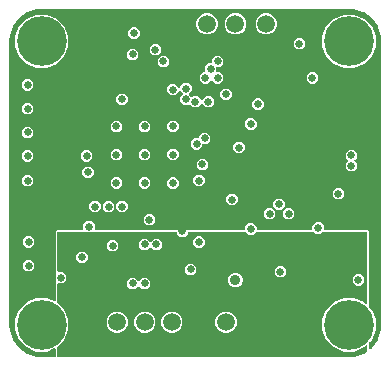
<source format=gbr>
G04 EAGLE Gerber RS-274X export*
G75*
%MOMM*%
%FSLAX34Y34*%
%LPD*%
%INCopper Layer 2*%
%IPPOS*%
%AMOC8*
5,1,8,0,0,1.08239X$1,22.5*%
G01*
%ADD10C,4.216000*%
%ADD11C,0.654800*%
%ADD12C,0.904800*%
%ADD13C,1.500000*%

G36*
X40972Y2504D02*
X40972Y2504D01*
X40991Y2502D01*
X41093Y2524D01*
X41195Y2540D01*
X41212Y2550D01*
X41232Y2554D01*
X41321Y2607D01*
X41412Y2656D01*
X41426Y2670D01*
X41443Y2680D01*
X41510Y2759D01*
X41582Y2834D01*
X41590Y2852D01*
X41603Y2867D01*
X41642Y2963D01*
X41685Y3057D01*
X41687Y3077D01*
X41695Y3095D01*
X41713Y3262D01*
X41713Y9245D01*
X41706Y9291D01*
X41708Y9336D01*
X41686Y9411D01*
X41674Y9488D01*
X41652Y9529D01*
X41639Y9573D01*
X41595Y9637D01*
X41558Y9705D01*
X41525Y9737D01*
X41499Y9775D01*
X41436Y9821D01*
X41380Y9875D01*
X41338Y9894D01*
X41302Y9922D01*
X41228Y9946D01*
X41157Y9978D01*
X41111Y9984D01*
X41068Y9998D01*
X40990Y9997D01*
X40913Y10006D01*
X40868Y9996D01*
X40822Y9995D01*
X40690Y9957D01*
X40672Y9953D01*
X40668Y9951D01*
X40661Y9949D01*
X34496Y7395D01*
X25504Y7395D01*
X17195Y10837D01*
X10837Y17195D01*
X7395Y25504D01*
X7395Y34496D01*
X10837Y42805D01*
X17195Y49163D01*
X25504Y52605D01*
X34496Y52605D01*
X40661Y50051D01*
X40705Y50041D01*
X40747Y50022D01*
X40824Y50013D01*
X40900Y49995D01*
X40946Y50000D01*
X40991Y49994D01*
X41068Y50011D01*
X41145Y50018D01*
X41187Y50037D01*
X41232Y50047D01*
X41299Y50087D01*
X41370Y50118D01*
X41404Y50149D01*
X41443Y50173D01*
X41494Y50232D01*
X41551Y50285D01*
X41573Y50325D01*
X41603Y50360D01*
X41632Y50432D01*
X41669Y50500D01*
X41678Y50545D01*
X41695Y50588D01*
X41710Y50724D01*
X41713Y50742D01*
X41712Y50747D01*
X41713Y50755D01*
X41713Y108947D01*
X43053Y110287D01*
X64440Y110287D01*
X64460Y110290D01*
X64479Y110288D01*
X64581Y110310D01*
X64683Y110326D01*
X64700Y110336D01*
X64720Y110340D01*
X64809Y110393D01*
X64900Y110442D01*
X64914Y110456D01*
X64931Y110466D01*
X64998Y110545D01*
X65070Y110620D01*
X65078Y110638D01*
X65091Y110653D01*
X65130Y110749D01*
X65173Y110843D01*
X65175Y110863D01*
X65183Y110881D01*
X65201Y111048D01*
X65201Y114988D01*
X68012Y117799D01*
X71988Y117799D01*
X74799Y114988D01*
X74799Y111048D01*
X74802Y111028D01*
X74800Y111009D01*
X74822Y110907D01*
X74838Y110805D01*
X74848Y110788D01*
X74852Y110768D01*
X74905Y110679D01*
X74954Y110588D01*
X74968Y110574D01*
X74978Y110557D01*
X75057Y110490D01*
X75132Y110418D01*
X75150Y110410D01*
X75165Y110397D01*
X75261Y110358D01*
X75355Y110315D01*
X75375Y110313D01*
X75393Y110305D01*
X75560Y110287D01*
X201440Y110287D01*
X201460Y110290D01*
X201479Y110288D01*
X201581Y110310D01*
X201683Y110326D01*
X201700Y110336D01*
X201720Y110340D01*
X201809Y110393D01*
X201900Y110442D01*
X201914Y110456D01*
X201931Y110466D01*
X201998Y110545D01*
X202070Y110620D01*
X202078Y110638D01*
X202091Y110653D01*
X202130Y110749D01*
X202173Y110843D01*
X202175Y110863D01*
X202183Y110881D01*
X202201Y111048D01*
X202201Y112988D01*
X205012Y115799D01*
X208988Y115799D01*
X211799Y112988D01*
X211799Y111048D01*
X211802Y111028D01*
X211800Y111009D01*
X211822Y110907D01*
X211838Y110805D01*
X211848Y110788D01*
X211852Y110768D01*
X211905Y110679D01*
X211954Y110588D01*
X211968Y110574D01*
X211978Y110557D01*
X212057Y110490D01*
X212132Y110418D01*
X212150Y110410D01*
X212165Y110397D01*
X212261Y110358D01*
X212355Y110315D01*
X212375Y110313D01*
X212393Y110305D01*
X212560Y110287D01*
X258440Y110287D01*
X258460Y110290D01*
X258479Y110288D01*
X258581Y110310D01*
X258683Y110326D01*
X258700Y110336D01*
X258720Y110340D01*
X258809Y110393D01*
X258900Y110442D01*
X258914Y110456D01*
X258931Y110466D01*
X258998Y110545D01*
X259070Y110620D01*
X259078Y110638D01*
X259091Y110653D01*
X259130Y110749D01*
X259173Y110843D01*
X259175Y110863D01*
X259183Y110881D01*
X259201Y111048D01*
X259201Y113988D01*
X262012Y116799D01*
X265988Y116799D01*
X268799Y113988D01*
X268799Y111048D01*
X268802Y111028D01*
X268800Y111009D01*
X268822Y110907D01*
X268838Y110805D01*
X268848Y110788D01*
X268852Y110768D01*
X268905Y110679D01*
X268954Y110588D01*
X268968Y110574D01*
X268978Y110557D01*
X269057Y110490D01*
X269132Y110418D01*
X269150Y110410D01*
X269165Y110397D01*
X269261Y110358D01*
X269355Y110315D01*
X269375Y110313D01*
X269393Y110305D01*
X269560Y110287D01*
X305947Y110287D01*
X307287Y108947D01*
X307287Y44996D01*
X307301Y44906D01*
X307309Y44815D01*
X307321Y44786D01*
X307326Y44754D01*
X307369Y44673D01*
X307405Y44589D01*
X307431Y44557D01*
X307442Y44536D01*
X307465Y44514D01*
X307510Y44458D01*
X309163Y42805D01*
X312605Y34496D01*
X312605Y25504D01*
X309163Y17195D01*
X307510Y15542D01*
X307457Y15468D01*
X307397Y15398D01*
X307385Y15368D01*
X307366Y15342D01*
X307339Y15255D01*
X307305Y15170D01*
X307301Y15129D01*
X307294Y15107D01*
X307295Y15075D01*
X307287Y15004D01*
X307287Y10469D01*
X307289Y10458D01*
X307287Y10446D01*
X307308Y10337D01*
X307326Y10227D01*
X307332Y10216D01*
X307334Y10204D01*
X307390Y10107D01*
X307442Y10009D01*
X307450Y10001D01*
X307456Y9991D01*
X307539Y9916D01*
X307620Y9840D01*
X307631Y9835D01*
X307640Y9827D01*
X307742Y9783D01*
X307843Y9736D01*
X307855Y9735D01*
X307866Y9730D01*
X307977Y9722D01*
X308087Y9709D01*
X308099Y9712D01*
X308111Y9711D01*
X308219Y9738D01*
X308328Y9762D01*
X308338Y9768D01*
X308350Y9771D01*
X308495Y9854D01*
X309354Y10478D01*
X309379Y10503D01*
X309410Y10522D01*
X309523Y10646D01*
X314440Y17414D01*
X314456Y17446D01*
X314479Y17473D01*
X314548Y17626D01*
X317133Y25582D01*
X317134Y25588D01*
X317136Y25593D01*
X317139Y25605D01*
X317142Y25612D01*
X317145Y25637D01*
X317168Y25758D01*
X317497Y29940D01*
X317495Y29962D01*
X317499Y30000D01*
X317499Y270000D01*
X317496Y270022D01*
X317497Y270060D01*
X317168Y274242D01*
X317166Y274248D01*
X317167Y274254D01*
X317133Y274418D01*
X314548Y282374D01*
X314531Y282406D01*
X314523Y282441D01*
X314440Y282586D01*
X309523Y289354D01*
X309497Y289379D01*
X309478Y289410D01*
X309354Y289523D01*
X302586Y294440D01*
X302554Y294456D01*
X302527Y294479D01*
X302374Y294548D01*
X294418Y297133D01*
X294412Y297134D01*
X294407Y297136D01*
X294242Y297168D01*
X290060Y297497D01*
X290038Y297495D01*
X290000Y297499D01*
X30000Y297499D01*
X29978Y297496D01*
X29940Y297497D01*
X25758Y297168D01*
X25752Y297166D01*
X25746Y297167D01*
X25582Y297133D01*
X17626Y294548D01*
X17594Y294531D01*
X17559Y294523D01*
X17414Y294440D01*
X10646Y289523D01*
X10621Y289497D01*
X10590Y289478D01*
X10477Y289354D01*
X5560Y282586D01*
X5544Y282554D01*
X5521Y282527D01*
X5452Y282374D01*
X2867Y274418D01*
X2866Y274412D01*
X2864Y274407D01*
X2832Y274242D01*
X2503Y270060D01*
X2505Y270038D01*
X2501Y270000D01*
X2501Y30000D01*
X2504Y29978D01*
X2503Y29940D01*
X2832Y25758D01*
X2834Y25752D01*
X2833Y25746D01*
X2867Y25582D01*
X5452Y17626D01*
X5469Y17594D01*
X5477Y17559D01*
X5560Y17414D01*
X10477Y10646D01*
X10503Y10621D01*
X10522Y10590D01*
X10646Y10477D01*
X17414Y5560D01*
X17446Y5544D01*
X17473Y5521D01*
X17626Y5452D01*
X25582Y2867D01*
X25588Y2866D01*
X25593Y2864D01*
X25758Y2832D01*
X29940Y2503D01*
X29962Y2505D01*
X30000Y2501D01*
X40952Y2501D01*
X40972Y2504D01*
G37*
G36*
X290022Y2504D02*
X290022Y2504D01*
X290060Y2503D01*
X294242Y2832D01*
X294248Y2834D01*
X294254Y2833D01*
X294418Y2867D01*
X302374Y5452D01*
X302406Y5469D01*
X302440Y5477D01*
X302586Y5560D01*
X305447Y7639D01*
X305467Y7659D01*
X305491Y7673D01*
X305553Y7746D01*
X305620Y7814D01*
X305633Y7839D01*
X305651Y7860D01*
X305687Y7949D01*
X305729Y8035D01*
X305732Y8062D01*
X305743Y8088D01*
X305761Y8255D01*
X305761Y11956D01*
X305750Y12026D01*
X305748Y12098D01*
X305730Y12147D01*
X305722Y12198D01*
X305688Y12261D01*
X305663Y12329D01*
X305631Y12370D01*
X305606Y12416D01*
X305555Y12465D01*
X305510Y12521D01*
X305466Y12549D01*
X305428Y12585D01*
X305363Y12615D01*
X305303Y12654D01*
X305252Y12667D01*
X305205Y12689D01*
X305134Y12697D01*
X305064Y12714D01*
X305012Y12710D01*
X304961Y12716D01*
X304890Y12700D01*
X304819Y12695D01*
X304771Y12675D01*
X304720Y12663D01*
X304659Y12627D01*
X304593Y12599D01*
X304537Y12554D01*
X304509Y12537D01*
X304494Y12520D01*
X304462Y12494D01*
X302805Y10837D01*
X294496Y7395D01*
X285504Y7395D01*
X277195Y10837D01*
X270837Y17195D01*
X267395Y25504D01*
X267395Y34496D01*
X270837Y42805D01*
X277195Y49163D01*
X285504Y52605D01*
X294496Y52605D01*
X302805Y49163D01*
X304462Y47506D01*
X304520Y47464D01*
X304572Y47415D01*
X304619Y47393D01*
X304661Y47363D01*
X304730Y47342D01*
X304795Y47311D01*
X304847Y47306D01*
X304897Y47290D01*
X304968Y47292D01*
X305039Y47284D01*
X305090Y47295D01*
X305142Y47297D01*
X305210Y47321D01*
X305280Y47337D01*
X305324Y47363D01*
X305373Y47381D01*
X305429Y47426D01*
X305491Y47463D01*
X305525Y47502D01*
X305565Y47535D01*
X305604Y47595D01*
X305651Y47650D01*
X305670Y47698D01*
X305698Y47742D01*
X305716Y47811D01*
X305743Y47878D01*
X305751Y47949D01*
X305759Y47980D01*
X305757Y48004D01*
X305761Y48044D01*
X305761Y108000D01*
X305758Y108020D01*
X305760Y108039D01*
X305738Y108141D01*
X305722Y108243D01*
X305712Y108260D01*
X305708Y108280D01*
X305655Y108369D01*
X305606Y108460D01*
X305592Y108474D01*
X305582Y108491D01*
X305503Y108558D01*
X305428Y108630D01*
X305410Y108638D01*
X305395Y108651D01*
X305299Y108690D01*
X305205Y108733D01*
X305185Y108735D01*
X305167Y108743D01*
X305000Y108761D01*
X267863Y108761D01*
X267773Y108747D01*
X267682Y108739D01*
X267652Y108727D01*
X267620Y108722D01*
X267540Y108679D01*
X267456Y108643D01*
X267423Y108617D01*
X267403Y108606D01*
X267381Y108583D01*
X267325Y108538D01*
X265988Y107201D01*
X262012Y107201D01*
X260675Y108538D01*
X260601Y108591D01*
X260532Y108651D01*
X260502Y108663D01*
X260476Y108682D01*
X260389Y108709D01*
X260304Y108743D01*
X260263Y108747D01*
X260240Y108754D01*
X260208Y108753D01*
X260137Y108761D01*
X211863Y108761D01*
X211773Y108747D01*
X211682Y108739D01*
X211652Y108727D01*
X211620Y108722D01*
X211540Y108679D01*
X211456Y108643D01*
X211423Y108617D01*
X211403Y108606D01*
X211381Y108583D01*
X211325Y108538D01*
X208988Y106201D01*
X205012Y106201D01*
X202675Y108538D01*
X202601Y108591D01*
X202532Y108651D01*
X202502Y108663D01*
X202476Y108682D01*
X202389Y108709D01*
X202304Y108743D01*
X202263Y108747D01*
X202240Y108754D01*
X202208Y108753D01*
X202137Y108761D01*
X154560Y108761D01*
X154540Y108758D01*
X154521Y108760D01*
X154419Y108738D01*
X154317Y108722D01*
X154300Y108712D01*
X154280Y108708D01*
X154191Y108655D01*
X154100Y108606D01*
X154086Y108592D01*
X154069Y108582D01*
X154002Y108503D01*
X153930Y108428D01*
X153922Y108410D01*
X153909Y108395D01*
X153870Y108299D01*
X153827Y108205D01*
X153825Y108185D01*
X153817Y108167D01*
X153799Y108000D01*
X153799Y107012D01*
X150988Y104201D01*
X147012Y104201D01*
X144201Y107012D01*
X144201Y108000D01*
X144198Y108020D01*
X144200Y108039D01*
X144178Y108141D01*
X144162Y108243D01*
X144152Y108260D01*
X144148Y108280D01*
X144095Y108369D01*
X144046Y108460D01*
X144032Y108474D01*
X144022Y108491D01*
X143943Y108558D01*
X143868Y108630D01*
X143850Y108638D01*
X143835Y108651D01*
X143739Y108690D01*
X143645Y108733D01*
X143625Y108735D01*
X143607Y108743D01*
X143440Y108761D01*
X72863Y108761D01*
X72773Y108747D01*
X72682Y108739D01*
X72652Y108727D01*
X72620Y108722D01*
X72540Y108679D01*
X72456Y108643D01*
X72423Y108617D01*
X72403Y108606D01*
X72381Y108583D01*
X72325Y108538D01*
X71988Y108201D01*
X68012Y108201D01*
X67675Y108538D01*
X67601Y108592D01*
X67532Y108651D01*
X67502Y108663D01*
X67476Y108682D01*
X67389Y108709D01*
X67304Y108743D01*
X67263Y108747D01*
X67240Y108754D01*
X67208Y108753D01*
X67137Y108761D01*
X44000Y108761D01*
X43980Y108758D01*
X43961Y108760D01*
X43859Y108738D01*
X43757Y108722D01*
X43740Y108712D01*
X43720Y108708D01*
X43631Y108655D01*
X43540Y108606D01*
X43526Y108592D01*
X43509Y108582D01*
X43442Y108503D01*
X43371Y108428D01*
X43362Y108410D01*
X43349Y108395D01*
X43310Y108299D01*
X43267Y108205D01*
X43265Y108185D01*
X43257Y108167D01*
X43239Y108000D01*
X43239Y75560D01*
X43241Y75549D01*
X43240Y75541D01*
X43241Y75534D01*
X43240Y75521D01*
X43262Y75419D01*
X43279Y75317D01*
X43288Y75300D01*
X43292Y75280D01*
X43345Y75191D01*
X43394Y75100D01*
X43408Y75086D01*
X43418Y75069D01*
X43497Y75002D01*
X43572Y74930D01*
X43590Y74922D01*
X43605Y74909D01*
X43701Y74870D01*
X43795Y74827D01*
X43815Y74825D01*
X43833Y74817D01*
X44000Y74799D01*
X47988Y74799D01*
X50799Y71988D01*
X50799Y68012D01*
X47988Y65201D01*
X44000Y65201D01*
X43980Y65198D01*
X43961Y65200D01*
X43859Y65178D01*
X43757Y65162D01*
X43740Y65152D01*
X43720Y65148D01*
X43631Y65095D01*
X43540Y65046D01*
X43526Y65032D01*
X43509Y65022D01*
X43442Y64943D01*
X43371Y64868D01*
X43362Y64850D01*
X43349Y64835D01*
X43310Y64739D01*
X43267Y64645D01*
X43265Y64625D01*
X43257Y64607D01*
X43239Y64440D01*
X43239Y49044D01*
X43254Y48954D01*
X43261Y48863D01*
X43273Y48834D01*
X43279Y48802D01*
X43321Y48721D01*
X43357Y48637D01*
X43383Y48605D01*
X43394Y48584D01*
X43417Y48562D01*
X43462Y48506D01*
X49163Y42805D01*
X52605Y34496D01*
X52605Y25504D01*
X49163Y17195D01*
X43462Y11494D01*
X43409Y11420D01*
X43349Y11350D01*
X43337Y11320D01*
X43318Y11294D01*
X43291Y11207D01*
X43257Y11122D01*
X43253Y11081D01*
X43246Y11059D01*
X43247Y11027D01*
X43239Y10956D01*
X43239Y3262D01*
X43242Y3242D01*
X43240Y3223D01*
X43262Y3121D01*
X43279Y3019D01*
X43288Y3002D01*
X43292Y2982D01*
X43345Y2893D01*
X43394Y2802D01*
X43408Y2788D01*
X43418Y2771D01*
X43497Y2704D01*
X43572Y2632D01*
X43590Y2624D01*
X43605Y2611D01*
X43701Y2572D01*
X43795Y2529D01*
X43815Y2527D01*
X43833Y2519D01*
X44000Y2501D01*
X290000Y2501D01*
X290022Y2504D01*
G37*
%LPC*%
G36*
X25504Y247395D02*
X25504Y247395D01*
X17195Y250837D01*
X10837Y257195D01*
X7395Y265504D01*
X7395Y274496D01*
X10837Y282805D01*
X17195Y289163D01*
X25504Y292605D01*
X34496Y292605D01*
X42805Y289163D01*
X49163Y282805D01*
X52605Y274496D01*
X52605Y265504D01*
X49163Y257195D01*
X42805Y250837D01*
X34496Y247395D01*
X25504Y247395D01*
G37*
%LPD*%
%LPC*%
G36*
X285504Y247395D02*
X285504Y247395D01*
X277195Y250837D01*
X270837Y257195D01*
X267395Y265504D01*
X267395Y274496D01*
X270837Y282805D01*
X277195Y289163D01*
X285504Y292605D01*
X294496Y292605D01*
X302805Y289163D01*
X309163Y282805D01*
X312605Y274496D01*
X312605Y265504D01*
X309163Y257195D01*
X302805Y250837D01*
X294496Y247395D01*
X285504Y247395D01*
G37*
%LPD*%
%LPC*%
G36*
X158084Y214201D02*
X158084Y214201D01*
X155574Y216711D01*
X155558Y216723D01*
X155546Y216738D01*
X155458Y216795D01*
X155375Y216855D01*
X155356Y216861D01*
X155339Y216871D01*
X155238Y216897D01*
X155139Y216927D01*
X155120Y216927D01*
X155100Y216932D01*
X154997Y216924D01*
X154894Y216921D01*
X154875Y216914D01*
X154855Y216912D01*
X154760Y216872D01*
X154663Y216836D01*
X154647Y216824D01*
X154629Y216816D01*
X154498Y216711D01*
X153988Y216201D01*
X150012Y216201D01*
X147201Y219012D01*
X147201Y222988D01*
X149175Y224962D01*
X149187Y224978D01*
X149202Y224990D01*
X149259Y225078D01*
X149319Y225161D01*
X149325Y225180D01*
X149335Y225197D01*
X149361Y225298D01*
X149391Y225397D01*
X149391Y225416D01*
X149396Y225436D01*
X149388Y225539D01*
X149385Y225642D01*
X149378Y225661D01*
X149376Y225681D01*
X149336Y225776D01*
X149300Y225873D01*
X149288Y225889D01*
X149280Y225907D01*
X149175Y226038D01*
X147098Y228115D01*
X147040Y228157D01*
X146988Y228207D01*
X146941Y228229D01*
X146899Y228259D01*
X146830Y228280D01*
X146765Y228310D01*
X146713Y228316D01*
X146663Y228331D01*
X146592Y228329D01*
X146521Y228337D01*
X146470Y228326D01*
X146418Y228325D01*
X146350Y228300D01*
X146280Y228285D01*
X146236Y228258D01*
X146187Y228240D01*
X146131Y228196D01*
X146069Y228159D01*
X146035Y228119D01*
X145995Y228087D01*
X145956Y228026D01*
X145909Y227972D01*
X145890Y227924D01*
X145862Y227880D01*
X145844Y227810D01*
X145817Y227744D01*
X145809Y227672D01*
X145801Y227641D01*
X145803Y227618D01*
X145799Y227577D01*
X145799Y227012D01*
X142988Y224201D01*
X139012Y224201D01*
X136201Y227012D01*
X136201Y230988D01*
X139012Y233799D01*
X142988Y233799D01*
X145902Y230885D01*
X145960Y230843D01*
X146012Y230793D01*
X146059Y230772D01*
X146101Y230741D01*
X146170Y230720D01*
X146235Y230690D01*
X146287Y230684D01*
X146337Y230669D01*
X146408Y230671D01*
X146479Y230663D01*
X146530Y230674D01*
X146582Y230675D01*
X146650Y230700D01*
X146720Y230715D01*
X146765Y230742D01*
X146813Y230760D01*
X146869Y230804D01*
X146931Y230841D01*
X146965Y230881D01*
X147005Y230913D01*
X147044Y230974D01*
X147091Y231028D01*
X147110Y231076D01*
X147138Y231120D01*
X147156Y231190D01*
X147183Y231256D01*
X147191Y231328D01*
X147199Y231359D01*
X147197Y231382D01*
X147201Y231423D01*
X147201Y231988D01*
X150012Y234799D01*
X153988Y234799D01*
X156799Y231988D01*
X156799Y228012D01*
X154825Y226038D01*
X154813Y226022D01*
X154798Y226010D01*
X154741Y225922D01*
X154681Y225839D01*
X154675Y225820D01*
X154665Y225803D01*
X154639Y225702D01*
X154609Y225603D01*
X154609Y225584D01*
X154604Y225564D01*
X154612Y225461D01*
X154615Y225358D01*
X154622Y225339D01*
X154624Y225319D01*
X154664Y225224D01*
X154700Y225127D01*
X154712Y225111D01*
X154720Y225093D01*
X154825Y224962D01*
X156498Y223289D01*
X156514Y223277D01*
X156526Y223262D01*
X156614Y223205D01*
X156697Y223145D01*
X156716Y223139D01*
X156733Y223129D01*
X156834Y223103D01*
X156933Y223073D01*
X156952Y223073D01*
X156972Y223068D01*
X157075Y223076D01*
X157178Y223079D01*
X157197Y223086D01*
X157217Y223088D01*
X157312Y223128D01*
X157409Y223164D01*
X157425Y223176D01*
X157443Y223184D01*
X157574Y223289D01*
X158084Y223799D01*
X162060Y223799D01*
X164998Y220861D01*
X165014Y220849D01*
X165026Y220834D01*
X165114Y220777D01*
X165197Y220717D01*
X165216Y220711D01*
X165233Y220701D01*
X165334Y220675D01*
X165433Y220645D01*
X165452Y220645D01*
X165472Y220640D01*
X165575Y220648D01*
X165678Y220651D01*
X165697Y220658D01*
X165717Y220660D01*
X165812Y220700D01*
X165909Y220736D01*
X165925Y220748D01*
X165943Y220756D01*
X166074Y220861D01*
X169012Y223799D01*
X172988Y223799D01*
X175799Y220988D01*
X175799Y217012D01*
X172988Y214201D01*
X169012Y214201D01*
X166074Y217139D01*
X166058Y217151D01*
X166046Y217166D01*
X165958Y217223D01*
X165875Y217283D01*
X165856Y217289D01*
X165839Y217299D01*
X165738Y217325D01*
X165639Y217355D01*
X165620Y217355D01*
X165600Y217360D01*
X165497Y217352D01*
X165394Y217349D01*
X165375Y217342D01*
X165355Y217340D01*
X165260Y217300D01*
X165163Y217264D01*
X165147Y217252D01*
X165129Y217244D01*
X164998Y217139D01*
X162060Y214201D01*
X158084Y214201D01*
G37*
%LPD*%
%LPC*%
G36*
X177012Y234201D02*
X177012Y234201D01*
X174288Y236925D01*
X174272Y236937D01*
X174260Y236952D01*
X174172Y237009D01*
X174089Y237069D01*
X174070Y237075D01*
X174053Y237085D01*
X173952Y237111D01*
X173853Y237141D01*
X173834Y237141D01*
X173814Y237146D01*
X173711Y237138D01*
X173608Y237135D01*
X173589Y237128D01*
X173569Y237126D01*
X173474Y237086D01*
X173377Y237050D01*
X173361Y237038D01*
X173343Y237030D01*
X173212Y236925D01*
X170524Y234237D01*
X166548Y234237D01*
X163737Y237048D01*
X163737Y241024D01*
X166548Y243835D01*
X167541Y243835D01*
X167612Y243846D01*
X167684Y243848D01*
X167732Y243866D01*
X167784Y243874D01*
X167847Y243908D01*
X167915Y243933D01*
X167955Y243965D01*
X168001Y243990D01*
X168051Y244042D01*
X168107Y244086D01*
X168135Y244130D01*
X168171Y244168D01*
X168201Y244233D01*
X168240Y244293D01*
X168252Y244344D01*
X168274Y244391D01*
X168282Y244462D01*
X168300Y244532D01*
X168296Y244584D01*
X168301Y244635D01*
X168286Y244705D01*
X168280Y244777D01*
X168260Y244825D01*
X168249Y244876D01*
X168212Y244937D01*
X168201Y244963D01*
X168201Y248988D01*
X171012Y251799D01*
X173440Y251799D01*
X173460Y251802D01*
X173479Y251800D01*
X173581Y251822D01*
X173683Y251838D01*
X173700Y251848D01*
X173720Y251852D01*
X173809Y251905D01*
X173900Y251954D01*
X173914Y251968D01*
X173931Y251978D01*
X173998Y252057D01*
X174070Y252132D01*
X174078Y252150D01*
X174091Y252165D01*
X174130Y252261D01*
X174173Y252355D01*
X174175Y252375D01*
X174183Y252393D01*
X174201Y252560D01*
X174201Y254988D01*
X177012Y257799D01*
X180988Y257799D01*
X183799Y254988D01*
X183799Y251012D01*
X180988Y248201D01*
X178560Y248201D01*
X178540Y248198D01*
X178521Y248200D01*
X178419Y248178D01*
X178317Y248162D01*
X178300Y248152D01*
X178280Y248148D01*
X178191Y248095D01*
X178100Y248046D01*
X178086Y248032D01*
X178069Y248022D01*
X178002Y247943D01*
X177930Y247868D01*
X177922Y247850D01*
X177909Y247835D01*
X177870Y247739D01*
X177827Y247645D01*
X177825Y247625D01*
X177817Y247607D01*
X177799Y247440D01*
X177799Y244994D01*
X177793Y244988D01*
X177772Y244941D01*
X177741Y244899D01*
X177720Y244830D01*
X177690Y244765D01*
X177684Y244713D01*
X177669Y244664D01*
X177671Y244592D01*
X177663Y244521D01*
X177674Y244470D01*
X177675Y244418D01*
X177700Y244350D01*
X177715Y244280D01*
X177742Y244235D01*
X177760Y244187D01*
X177804Y244131D01*
X177841Y244069D01*
X177881Y244035D01*
X177913Y243995D01*
X177974Y243956D01*
X178028Y243909D01*
X178076Y243890D01*
X178120Y243862D01*
X178190Y243844D01*
X178256Y243817D01*
X178327Y243809D01*
X178359Y243801D01*
X178382Y243803D01*
X178423Y243799D01*
X180988Y243799D01*
X183799Y240988D01*
X183799Y237012D01*
X180988Y234201D01*
X177012Y234201D01*
G37*
%LPD*%
%LPC*%
G36*
X218205Y275975D02*
X218205Y275975D01*
X214888Y277349D01*
X212349Y279888D01*
X210975Y283205D01*
X210975Y286795D01*
X212349Y290112D01*
X214888Y292651D01*
X218205Y294025D01*
X221795Y294025D01*
X225112Y292651D01*
X227651Y290112D01*
X229025Y286795D01*
X229025Y283205D01*
X227651Y279888D01*
X225112Y277349D01*
X221795Y275975D01*
X218205Y275975D01*
G37*
%LPD*%
%LPC*%
G36*
X92205Y22975D02*
X92205Y22975D01*
X88888Y24349D01*
X86349Y26888D01*
X84975Y30205D01*
X84975Y33795D01*
X86349Y37112D01*
X88888Y39651D01*
X92205Y41025D01*
X95795Y41025D01*
X99112Y39651D01*
X101651Y37112D01*
X103025Y33795D01*
X103025Y30205D01*
X101651Y26888D01*
X99112Y24349D01*
X95795Y22975D01*
X92205Y22975D01*
G37*
%LPD*%
%LPC*%
G36*
X115205Y22975D02*
X115205Y22975D01*
X111888Y24349D01*
X109349Y26888D01*
X107975Y30205D01*
X107975Y33795D01*
X109349Y37112D01*
X111888Y39651D01*
X115205Y41025D01*
X118795Y41025D01*
X122112Y39651D01*
X124651Y37112D01*
X126025Y33795D01*
X126025Y30205D01*
X124651Y26888D01*
X122112Y24349D01*
X118795Y22975D01*
X115205Y22975D01*
G37*
%LPD*%
%LPC*%
G36*
X138205Y22975D02*
X138205Y22975D01*
X134888Y24349D01*
X132349Y26888D01*
X130975Y30205D01*
X130975Y33795D01*
X132349Y37112D01*
X134888Y39651D01*
X138205Y41025D01*
X141795Y41025D01*
X145112Y39651D01*
X147651Y37112D01*
X149025Y33795D01*
X149025Y30205D01*
X147651Y26888D01*
X145112Y24349D01*
X141795Y22975D01*
X138205Y22975D01*
G37*
%LPD*%
%LPC*%
G36*
X184205Y22975D02*
X184205Y22975D01*
X180888Y24349D01*
X178349Y26888D01*
X176975Y30205D01*
X176975Y33795D01*
X178349Y37112D01*
X180888Y39651D01*
X184205Y41025D01*
X187795Y41025D01*
X191112Y39651D01*
X193651Y37112D01*
X195025Y33795D01*
X195025Y30205D01*
X193651Y26888D01*
X191112Y24349D01*
X187795Y22975D01*
X184205Y22975D01*
G37*
%LPD*%
%LPC*%
G36*
X192205Y275975D02*
X192205Y275975D01*
X188888Y277349D01*
X186349Y279888D01*
X184975Y283205D01*
X184975Y286795D01*
X186349Y290112D01*
X188888Y292651D01*
X192205Y294025D01*
X195795Y294025D01*
X199112Y292651D01*
X201651Y290112D01*
X203025Y286795D01*
X203025Y283205D01*
X201651Y279888D01*
X199112Y277349D01*
X195795Y275975D01*
X192205Y275975D01*
G37*
%LPD*%
%LPC*%
G36*
X168205Y275975D02*
X168205Y275975D01*
X164888Y277349D01*
X162349Y279888D01*
X160975Y283205D01*
X160975Y286795D01*
X162349Y290112D01*
X164888Y292651D01*
X168205Y294025D01*
X171795Y294025D01*
X175112Y292651D01*
X177651Y290112D01*
X179025Y286795D01*
X179025Y283205D01*
X177651Y279888D01*
X175112Y277349D01*
X171795Y275975D01*
X168205Y275975D01*
G37*
%LPD*%
%LPC*%
G36*
X115012Y93201D02*
X115012Y93201D01*
X112201Y96012D01*
X112201Y99988D01*
X115012Y102799D01*
X118988Y102799D01*
X121462Y100325D01*
X121478Y100313D01*
X121490Y100298D01*
X121578Y100241D01*
X121661Y100181D01*
X121680Y100175D01*
X121697Y100165D01*
X121798Y100139D01*
X121897Y100109D01*
X121916Y100109D01*
X121936Y100104D01*
X122039Y100112D01*
X122142Y100115D01*
X122161Y100122D01*
X122181Y100124D01*
X122276Y100164D01*
X122373Y100200D01*
X122389Y100212D01*
X122407Y100220D01*
X122538Y100325D01*
X125012Y102799D01*
X128988Y102799D01*
X131799Y99988D01*
X131799Y96012D01*
X128988Y93201D01*
X125012Y93201D01*
X122538Y95675D01*
X122522Y95687D01*
X122510Y95702D01*
X122422Y95759D01*
X122339Y95819D01*
X122320Y95825D01*
X122303Y95835D01*
X122202Y95861D01*
X122103Y95891D01*
X122084Y95891D01*
X122064Y95896D01*
X121961Y95888D01*
X121858Y95885D01*
X121839Y95878D01*
X121819Y95876D01*
X121724Y95836D01*
X121627Y95800D01*
X121611Y95788D01*
X121593Y95780D01*
X121462Y95675D01*
X118988Y93201D01*
X115012Y93201D01*
G37*
%LPD*%
%LPC*%
G36*
X105012Y60201D02*
X105012Y60201D01*
X102201Y63012D01*
X102201Y66988D01*
X105012Y69799D01*
X108988Y69799D01*
X111462Y67325D01*
X111478Y67313D01*
X111490Y67298D01*
X111578Y67241D01*
X111661Y67181D01*
X111680Y67175D01*
X111697Y67165D01*
X111798Y67139D01*
X111897Y67109D01*
X111916Y67109D01*
X111936Y67104D01*
X112039Y67112D01*
X112142Y67115D01*
X112161Y67122D01*
X112181Y67124D01*
X112276Y67164D01*
X112373Y67200D01*
X112389Y67212D01*
X112407Y67220D01*
X112538Y67325D01*
X115012Y69799D01*
X118988Y69799D01*
X121799Y66988D01*
X121799Y63012D01*
X118988Y60201D01*
X115012Y60201D01*
X112538Y62675D01*
X112522Y62687D01*
X112510Y62702D01*
X112422Y62759D01*
X112339Y62819D01*
X112320Y62825D01*
X112303Y62835D01*
X112202Y62861D01*
X112103Y62891D01*
X112084Y62891D01*
X112064Y62896D01*
X111961Y62888D01*
X111858Y62885D01*
X111839Y62878D01*
X111819Y62876D01*
X111724Y62836D01*
X111627Y62800D01*
X111611Y62788D01*
X111593Y62780D01*
X111462Y62675D01*
X108988Y60201D01*
X105012Y60201D01*
G37*
%LPD*%
%LPC*%
G36*
X290012Y159800D02*
X290012Y159800D01*
X287201Y162611D01*
X287201Y166587D01*
X289076Y168462D01*
X289088Y168478D01*
X289103Y168490D01*
X289160Y168578D01*
X289220Y168661D01*
X289226Y168680D01*
X289236Y168697D01*
X289262Y168798D01*
X289292Y168897D01*
X289292Y168916D01*
X289297Y168936D01*
X289289Y169039D01*
X289286Y169142D01*
X289279Y169161D01*
X289277Y169181D01*
X289237Y169276D01*
X289201Y169373D01*
X289189Y169389D01*
X289181Y169407D01*
X289076Y169538D01*
X287201Y171413D01*
X287201Y175389D01*
X290012Y178200D01*
X293988Y178200D01*
X296799Y175389D01*
X296799Y171413D01*
X294924Y169538D01*
X294912Y169522D01*
X294897Y169510D01*
X294840Y169422D01*
X294780Y169339D01*
X294774Y169320D01*
X294764Y169303D01*
X294738Y169202D01*
X294708Y169103D01*
X294708Y169084D01*
X294703Y169064D01*
X294711Y168961D01*
X294714Y168858D01*
X294721Y168839D01*
X294723Y168819D01*
X294763Y168724D01*
X294799Y168627D01*
X294811Y168611D01*
X294819Y168593D01*
X294924Y168462D01*
X296799Y166587D01*
X296799Y162611D01*
X293988Y159800D01*
X290012Y159800D01*
G37*
%LPD*%
%LPC*%
G36*
X159203Y178392D02*
X159203Y178392D01*
X156392Y181203D01*
X156392Y185178D01*
X159203Y187989D01*
X162440Y187989D01*
X162460Y187992D01*
X162479Y187990D01*
X162581Y188012D01*
X162683Y188029D01*
X162700Y188038D01*
X162720Y188042D01*
X162809Y188095D01*
X162900Y188144D01*
X162914Y188158D01*
X162931Y188168D01*
X162998Y188247D01*
X163070Y188322D01*
X163078Y188340D01*
X163091Y188355D01*
X163130Y188452D01*
X163173Y188545D01*
X163175Y188565D01*
X163183Y188584D01*
X163201Y188750D01*
X163201Y189988D01*
X166012Y192799D01*
X169988Y192799D01*
X172799Y189988D01*
X172799Y186012D01*
X169988Y183201D01*
X166750Y183201D01*
X166731Y183198D01*
X166711Y183200D01*
X166610Y183178D01*
X166507Y183162D01*
X166490Y183152D01*
X166470Y183148D01*
X166381Y183095D01*
X166290Y183046D01*
X166276Y183032D01*
X166259Y183022D01*
X166192Y182943D01*
X166121Y182868D01*
X166112Y182850D01*
X166099Y182835D01*
X166061Y182739D01*
X166017Y182645D01*
X166015Y182625D01*
X166007Y182607D01*
X165989Y182440D01*
X165989Y181203D01*
X163178Y178392D01*
X159203Y178392D01*
G37*
%LPD*%
%LPC*%
G36*
X192797Y61951D02*
X192797Y61951D01*
X190574Y62872D01*
X188872Y64574D01*
X187951Y66797D01*
X187951Y69203D01*
X188872Y71426D01*
X190574Y73128D01*
X192797Y74049D01*
X195203Y74049D01*
X197426Y73128D01*
X199128Y71426D01*
X200049Y69203D01*
X200049Y66797D01*
X199128Y64574D01*
X197426Y62872D01*
X195203Y61951D01*
X192797Y61951D01*
G37*
%LPD*%
%LPC*%
G36*
X17012Y95201D02*
X17012Y95201D01*
X14201Y98012D01*
X14201Y101988D01*
X17012Y104799D01*
X20988Y104799D01*
X23799Y101988D01*
X23799Y98012D01*
X20988Y95201D01*
X17012Y95201D01*
G37*
%LPD*%
%LPC*%
G36*
X279012Y136201D02*
X279012Y136201D01*
X276201Y139012D01*
X276201Y142988D01*
X279012Y145799D01*
X282988Y145799D01*
X285799Y142988D01*
X285799Y139012D01*
X282988Y136201D01*
X279012Y136201D01*
G37*
%LPD*%
%LPC*%
G36*
X189012Y131201D02*
X189012Y131201D01*
X186201Y134012D01*
X186201Y137988D01*
X189012Y140799D01*
X192988Y140799D01*
X195799Y137988D01*
X195799Y134012D01*
X192988Y131201D01*
X189012Y131201D01*
G37*
%LPD*%
%LPC*%
G36*
X228964Y127273D02*
X228964Y127273D01*
X226153Y130084D01*
X226153Y134060D01*
X228964Y136871D01*
X232940Y136871D01*
X235751Y134060D01*
X235751Y130084D01*
X232940Y127273D01*
X228964Y127273D01*
G37*
%LPD*%
%LPC*%
G36*
X96012Y125201D02*
X96012Y125201D01*
X93201Y128012D01*
X93201Y131988D01*
X96012Y134799D01*
X99988Y134799D01*
X102799Y131988D01*
X102799Y128012D01*
X99988Y125201D01*
X96012Y125201D01*
G37*
%LPD*%
%LPC*%
G36*
X84597Y125201D02*
X84597Y125201D01*
X81786Y128012D01*
X81786Y131988D01*
X84597Y134799D01*
X88572Y134799D01*
X91383Y131988D01*
X91383Y128012D01*
X88572Y125201D01*
X84597Y125201D01*
G37*
%LPD*%
%LPC*%
G36*
X73181Y125201D02*
X73181Y125201D01*
X70370Y128012D01*
X70370Y131988D01*
X73181Y134799D01*
X77157Y134799D01*
X79968Y131988D01*
X79968Y128012D01*
X77157Y125201D01*
X73181Y125201D01*
G37*
%LPD*%
%LPC*%
G36*
X237036Y119201D02*
X237036Y119201D01*
X234225Y122012D01*
X234225Y125988D01*
X237036Y128799D01*
X241012Y128799D01*
X243823Y125988D01*
X243823Y122012D01*
X241012Y119201D01*
X237036Y119201D01*
G37*
%LPD*%
%LPC*%
G36*
X220892Y119201D02*
X220892Y119201D01*
X218081Y122012D01*
X218081Y125988D01*
X220892Y128799D01*
X224868Y128799D01*
X227679Y125988D01*
X227679Y122012D01*
X224868Y119201D01*
X220892Y119201D01*
G37*
%LPD*%
%LPC*%
G36*
X119012Y114201D02*
X119012Y114201D01*
X116201Y117012D01*
X116201Y120988D01*
X119012Y123799D01*
X122988Y123799D01*
X125799Y120988D01*
X125799Y117012D01*
X122988Y114201D01*
X119012Y114201D01*
G37*
%LPD*%
%LPC*%
G36*
X124012Y258201D02*
X124012Y258201D01*
X121201Y261012D01*
X121201Y264988D01*
X124012Y267799D01*
X127988Y267799D01*
X130799Y264988D01*
X130799Y261012D01*
X127988Y258201D01*
X124012Y258201D01*
G37*
%LPD*%
%LPC*%
G36*
X246012Y263201D02*
X246012Y263201D01*
X243201Y266012D01*
X243201Y269988D01*
X246012Y272799D01*
X249988Y272799D01*
X252799Y269988D01*
X252799Y266012D01*
X249988Y263201D01*
X246012Y263201D01*
G37*
%LPD*%
%LPC*%
G36*
X161012Y95201D02*
X161012Y95201D01*
X158201Y98012D01*
X158201Y101988D01*
X161012Y104799D01*
X164988Y104799D01*
X167799Y101988D01*
X167799Y98012D01*
X164988Y95201D01*
X161012Y95201D01*
G37*
%LPD*%
%LPC*%
G36*
X91012Y145201D02*
X91012Y145201D01*
X88201Y148012D01*
X88201Y151988D01*
X91012Y154799D01*
X94988Y154799D01*
X97799Y151988D01*
X97799Y148012D01*
X94988Y145201D01*
X91012Y145201D01*
G37*
%LPD*%
%LPC*%
G36*
X88012Y92201D02*
X88012Y92201D01*
X85201Y95012D01*
X85201Y98988D01*
X88012Y101799D01*
X91988Y101799D01*
X94799Y98988D01*
X94799Y95012D01*
X91988Y92201D01*
X88012Y92201D01*
G37*
%LPD*%
%LPC*%
G36*
X62012Y82201D02*
X62012Y82201D01*
X59201Y85012D01*
X59201Y88988D01*
X62012Y91799D01*
X65988Y91799D01*
X68799Y88988D01*
X68799Y85012D01*
X65988Y82201D01*
X62012Y82201D01*
G37*
%LPD*%
%LPC*%
G36*
X17012Y75201D02*
X17012Y75201D01*
X14201Y78012D01*
X14201Y81988D01*
X17012Y84799D01*
X20988Y84799D01*
X23799Y81988D01*
X23799Y78012D01*
X20988Y75201D01*
X17012Y75201D01*
G37*
%LPD*%
%LPC*%
G36*
X154012Y72201D02*
X154012Y72201D01*
X151201Y75012D01*
X151201Y78988D01*
X154012Y81799D01*
X157988Y81799D01*
X160799Y78988D01*
X160799Y75012D01*
X157988Y72201D01*
X154012Y72201D01*
G37*
%LPD*%
%LPC*%
G36*
X230012Y70201D02*
X230012Y70201D01*
X227201Y73012D01*
X227201Y76988D01*
X230012Y79799D01*
X233988Y79799D01*
X236799Y76988D01*
X236799Y73012D01*
X233988Y70201D01*
X230012Y70201D01*
G37*
%LPD*%
%LPC*%
G36*
X296012Y63201D02*
X296012Y63201D01*
X293201Y66012D01*
X293201Y69988D01*
X296012Y72799D01*
X299988Y72799D01*
X302799Y69988D01*
X302799Y66012D01*
X299988Y63201D01*
X296012Y63201D01*
G37*
%LPD*%
%LPC*%
G36*
X106012Y272201D02*
X106012Y272201D01*
X103201Y275012D01*
X103201Y278988D01*
X106012Y281799D01*
X109988Y281799D01*
X112799Y278988D01*
X112799Y275012D01*
X109988Y272201D01*
X106012Y272201D01*
G37*
%LPD*%
%LPC*%
G36*
X195012Y175201D02*
X195012Y175201D01*
X192201Y178012D01*
X192201Y181988D01*
X195012Y184799D01*
X198988Y184799D01*
X201799Y181988D01*
X201799Y178012D01*
X198988Y175201D01*
X195012Y175201D01*
G37*
%LPD*%
%LPC*%
G36*
X257012Y234201D02*
X257012Y234201D01*
X254201Y237012D01*
X254201Y240988D01*
X257012Y243799D01*
X260988Y243799D01*
X263799Y240988D01*
X263799Y237012D01*
X260988Y234201D01*
X257012Y234201D01*
G37*
%LPD*%
%LPC*%
G36*
X16012Y228201D02*
X16012Y228201D01*
X13201Y231012D01*
X13201Y234988D01*
X16012Y237799D01*
X19988Y237799D01*
X22799Y234988D01*
X22799Y231012D01*
X19988Y228201D01*
X16012Y228201D01*
G37*
%LPD*%
%LPC*%
G36*
X105012Y254201D02*
X105012Y254201D01*
X102201Y257012D01*
X102201Y260988D01*
X105012Y263799D01*
X108988Y263799D01*
X111799Y260988D01*
X111799Y257012D01*
X108988Y254201D01*
X105012Y254201D01*
G37*
%LPD*%
%LPC*%
G36*
X184012Y220201D02*
X184012Y220201D01*
X181201Y223012D01*
X181201Y226988D01*
X184012Y229799D01*
X187988Y229799D01*
X190799Y226988D01*
X190799Y223012D01*
X187988Y220201D01*
X184012Y220201D01*
G37*
%LPD*%
%LPC*%
G36*
X96012Y216201D02*
X96012Y216201D01*
X93201Y219012D01*
X93201Y222988D01*
X96012Y225799D01*
X99988Y225799D01*
X102799Y222988D01*
X102799Y219012D01*
X99988Y216201D01*
X96012Y216201D01*
G37*
%LPD*%
%LPC*%
G36*
X211012Y212201D02*
X211012Y212201D01*
X208201Y215012D01*
X208201Y218988D01*
X211012Y221799D01*
X214988Y221799D01*
X217799Y218988D01*
X217799Y215012D01*
X214988Y212201D01*
X211012Y212201D01*
G37*
%LPD*%
%LPC*%
G36*
X16012Y208201D02*
X16012Y208201D01*
X13201Y211012D01*
X13201Y214988D01*
X16012Y217799D01*
X19988Y217799D01*
X22799Y214988D01*
X22799Y211012D01*
X19988Y208201D01*
X16012Y208201D01*
G37*
%LPD*%
%LPC*%
G36*
X205012Y195201D02*
X205012Y195201D01*
X202201Y198012D01*
X202201Y201988D01*
X205012Y204799D01*
X208988Y204799D01*
X211799Y201988D01*
X211799Y198012D01*
X208988Y195201D01*
X205012Y195201D01*
G37*
%LPD*%
%LPC*%
G36*
X139012Y193201D02*
X139012Y193201D01*
X136201Y196012D01*
X136201Y199988D01*
X139012Y202799D01*
X142988Y202799D01*
X145799Y199988D01*
X145799Y196012D01*
X142988Y193201D01*
X139012Y193201D01*
G37*
%LPD*%
%LPC*%
G36*
X115012Y193201D02*
X115012Y193201D01*
X112201Y196012D01*
X112201Y199988D01*
X115012Y202799D01*
X118988Y202799D01*
X121799Y199988D01*
X121799Y196012D01*
X118988Y193201D01*
X115012Y193201D01*
G37*
%LPD*%
%LPC*%
G36*
X91012Y193201D02*
X91012Y193201D01*
X88201Y196012D01*
X88201Y199988D01*
X91012Y202799D01*
X94988Y202799D01*
X97799Y199988D01*
X97799Y196012D01*
X94988Y193201D01*
X91012Y193201D01*
G37*
%LPD*%
%LPC*%
G36*
X16012Y188201D02*
X16012Y188201D01*
X13201Y191012D01*
X13201Y194988D01*
X16012Y197799D01*
X19988Y197799D01*
X22799Y194988D01*
X22799Y191012D01*
X19988Y188201D01*
X16012Y188201D01*
G37*
%LPD*%
%LPC*%
G36*
X115012Y145201D02*
X115012Y145201D01*
X112201Y148012D01*
X112201Y151988D01*
X115012Y154799D01*
X118988Y154799D01*
X121799Y151988D01*
X121799Y148012D01*
X118988Y145201D01*
X115012Y145201D01*
G37*
%LPD*%
%LPC*%
G36*
X139012Y169201D02*
X139012Y169201D01*
X136201Y172012D01*
X136201Y175988D01*
X139012Y178799D01*
X142988Y178799D01*
X145799Y175988D01*
X145799Y172012D01*
X142988Y169201D01*
X139012Y169201D01*
G37*
%LPD*%
%LPC*%
G36*
X115012Y169201D02*
X115012Y169201D01*
X112201Y172012D01*
X112201Y175988D01*
X115012Y178799D01*
X118988Y178799D01*
X121799Y175988D01*
X121799Y172012D01*
X118988Y169201D01*
X115012Y169201D01*
G37*
%LPD*%
%LPC*%
G36*
X91012Y169201D02*
X91012Y169201D01*
X88201Y172012D01*
X88201Y175988D01*
X91012Y178799D01*
X94988Y178799D01*
X97799Y175988D01*
X97799Y172012D01*
X94988Y169201D01*
X91012Y169201D01*
G37*
%LPD*%
%LPC*%
G36*
X66012Y168201D02*
X66012Y168201D01*
X63201Y171012D01*
X63201Y174988D01*
X66012Y177799D01*
X69988Y177799D01*
X72799Y174988D01*
X72799Y171012D01*
X69988Y168201D01*
X66012Y168201D01*
G37*
%LPD*%
%LPC*%
G36*
X16012Y168201D02*
X16012Y168201D01*
X13201Y171012D01*
X13201Y174988D01*
X16012Y177799D01*
X19988Y177799D01*
X22799Y174988D01*
X22799Y171012D01*
X19988Y168201D01*
X16012Y168201D01*
G37*
%LPD*%
%LPC*%
G36*
X164012Y161201D02*
X164012Y161201D01*
X161201Y164012D01*
X161201Y167988D01*
X164012Y170799D01*
X167988Y170799D01*
X170799Y167988D01*
X170799Y164012D01*
X167988Y161201D01*
X164012Y161201D01*
G37*
%LPD*%
%LPC*%
G36*
X67012Y154201D02*
X67012Y154201D01*
X64201Y157012D01*
X64201Y160988D01*
X67012Y163799D01*
X70988Y163799D01*
X73799Y160988D01*
X73799Y157012D01*
X70988Y154201D01*
X67012Y154201D01*
G37*
%LPD*%
%LPC*%
G36*
X161012Y147201D02*
X161012Y147201D01*
X158201Y150012D01*
X158201Y153988D01*
X161012Y156799D01*
X164988Y156799D01*
X167799Y153988D01*
X167799Y150012D01*
X164988Y147201D01*
X161012Y147201D01*
G37*
%LPD*%
%LPC*%
G36*
X16012Y147201D02*
X16012Y147201D01*
X13201Y150012D01*
X13201Y153988D01*
X16012Y156799D01*
X19988Y156799D01*
X22799Y153988D01*
X22799Y150012D01*
X19988Y147201D01*
X16012Y147201D01*
G37*
%LPD*%
%LPC*%
G36*
X139012Y145201D02*
X139012Y145201D01*
X136201Y148012D01*
X136201Y151988D01*
X139012Y154799D01*
X142988Y154799D01*
X145799Y151988D01*
X145799Y148012D01*
X142988Y145201D01*
X139012Y145201D01*
G37*
%LPD*%
%LPC*%
G36*
X131012Y248201D02*
X131012Y248201D01*
X128201Y251012D01*
X128201Y254988D01*
X131012Y257799D01*
X134988Y257799D01*
X137799Y254988D01*
X137799Y251012D01*
X134988Y248201D01*
X131012Y248201D01*
G37*
%LPD*%
D10*
X30000Y30000D03*
X290000Y30000D03*
X290000Y270000D03*
X30000Y270000D03*
D11*
X179000Y239000D03*
X248000Y268000D03*
X259000Y239000D03*
X18000Y152000D03*
X18000Y173000D03*
X18000Y193000D03*
X18000Y213000D03*
X19000Y80000D03*
X90000Y97000D03*
X19000Y100000D03*
X207000Y111000D03*
X298000Y68000D03*
X232000Y75000D03*
X141000Y150000D03*
X141000Y174000D03*
X141000Y198000D03*
X117000Y198000D03*
X117000Y174000D03*
X117000Y150000D03*
X93000Y150000D03*
X93000Y174000D03*
X93000Y198000D03*
X186000Y225000D03*
X166000Y166000D03*
X163000Y152000D03*
X121000Y119000D03*
X108000Y277000D03*
X107000Y259000D03*
X18000Y233000D03*
X197000Y180000D03*
X213000Y217000D03*
X127000Y98000D03*
X107000Y65000D03*
D12*
X194000Y68000D03*
D11*
X281000Y141000D03*
D13*
X186000Y32000D03*
D11*
X163000Y100000D03*
X191000Y136000D03*
X80000Y288000D03*
X221000Y224000D03*
X56000Y164000D03*
X58000Y132000D03*
X174000Y141000D03*
X228000Y273000D03*
D12*
X211000Y143000D03*
D11*
X46000Y70000D03*
X46000Y119000D03*
X252000Y138000D03*
X281000Y130000D03*
X149000Y109000D03*
X57000Y105000D03*
D12*
X250000Y68000D03*
D13*
X222000Y32000D03*
D12*
X215000Y68000D03*
D11*
X292000Y173401D03*
X168000Y188000D03*
X141000Y229000D03*
X173000Y247000D03*
D13*
X194000Y285000D03*
D11*
X152000Y230000D03*
X168536Y239036D03*
D13*
X170000Y285000D03*
D11*
X171000Y219000D03*
X126000Y263000D03*
X133000Y253000D03*
X160072Y219000D03*
X152000Y221000D03*
X179000Y253000D03*
D13*
X220000Y285000D03*
D11*
X70000Y113000D03*
X69000Y159000D03*
X64000Y87000D03*
X68000Y173000D03*
X117000Y98000D03*
X117000Y65000D03*
D13*
X117000Y32000D03*
X140000Y32000D03*
D11*
X222880Y124000D03*
X98000Y130000D03*
X239024Y124000D03*
X75169Y130000D03*
X230952Y132072D03*
X86584Y130000D03*
X207000Y200000D03*
X98000Y221000D03*
X292000Y164599D03*
X161190Y183190D03*
X264000Y112000D03*
X156000Y77000D03*
D13*
X94000Y32000D03*
M02*

</source>
